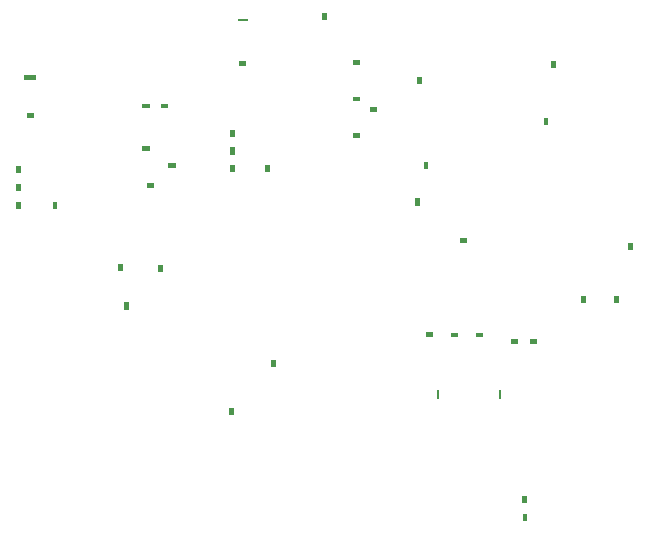
<source format=gbr>
%TF.GenerationSoftware,KiCad,Pcbnew,5.1.6-c6e7f7d~87~ubuntu20.04.1*%
%TF.CreationDate,2020-07-24T19:51:26+01:00*%
%TF.ProjectId,ETAG_GEN3,45544147-5f47-4454-9e33-2e6b69636164,rev?*%
%TF.SameCoordinates,Original*%
%TF.FileFunction,Glue,Top*%
%TF.FilePolarity,Positive*%
%FSLAX46Y46*%
G04 Gerber Fmt 4.6, Leading zero omitted, Abs format (unit mm)*
G04 Created by KiCad (PCBNEW 5.1.6-c6e7f7d~87~ubuntu20.04.1) date 2020-07-24 19:51:26*
%MOMM*%
%LPD*%
G01*
G04 APERTURE LIST*
%ADD10C,0.100000*%
G04 APERTURE END LIST*
D10*
%TO.C,C11*%
G36*
X161279700Y-112017300D02*
G01*
X161279700Y-112417100D01*
X161879700Y-112417100D01*
X161879700Y-112017300D01*
X161279700Y-112017300D01*
G37*
%TO.C,C5*%
G36*
X157579400Y-103822900D02*
G01*
X157579400Y-103423100D01*
X156979400Y-103423100D01*
X156979400Y-103822900D01*
X157579400Y-103822900D01*
G37*
%TO.C,C6*%
G36*
X171655200Y-103835800D02*
G01*
X171255400Y-103835800D01*
X171255400Y-104435800D01*
X171655200Y-104435800D01*
X171655200Y-103835800D01*
G37*
%TO.C,C9*%
G36*
X167672000Y-108314600D02*
G01*
X167272200Y-108314600D01*
X167272200Y-108914600D01*
X167672000Y-108914600D01*
X167672000Y-108314600D01*
G37*
%TO.C,C10*%
G36*
X170070200Y-108914600D02*
G01*
X170470000Y-108914600D01*
X170470000Y-108314600D01*
X170070200Y-108314600D01*
X170070200Y-108914600D01*
G37*
%TO.C,RP_SCL1*%
G36*
X154322000Y-97020600D02*
G01*
X153922200Y-97020600D01*
X153922200Y-97620600D01*
X154322000Y-97620600D01*
X154322000Y-97020600D01*
G37*
%TO.C,RP_SDA1*%
G36*
X153597000Y-100092600D02*
G01*
X153197200Y-100092600D01*
X153197200Y-100692600D01*
X153597000Y-100692600D01*
X153597000Y-100092600D01*
G37*
%TO.C,C7*%
G36*
X128076400Y-106262200D02*
G01*
X128476200Y-106262200D01*
X128476200Y-105662200D01*
X128076400Y-105662200D01*
X128076400Y-106262200D01*
G37*
%TO.C,C1*%
G36*
X162903500Y-111990900D02*
G01*
X162903500Y-112390700D01*
X163503500Y-112390700D01*
X163503500Y-111990900D01*
X162903500Y-111990900D01*
G37*
%TO.C,R4*%
G36*
X137823000Y-117864600D02*
G01*
X137423200Y-117864600D01*
X137423200Y-118464600D01*
X137823000Y-118464600D01*
X137823000Y-117864600D01*
G37*
%TO.C,C2*%
G36*
X164085200Y-93877600D02*
G01*
X164485000Y-93877600D01*
X164485000Y-93277600D01*
X164085200Y-93277600D01*
X164085200Y-93877600D01*
G37*
%TO.C,C3*%
G36*
X164692200Y-89018600D02*
G01*
X165092000Y-89018600D01*
X165092000Y-88418600D01*
X164692200Y-88418600D01*
X164692200Y-89018600D01*
G37*
%TO.C,R2*%
G36*
X156237100Y-111462700D02*
G01*
X156237100Y-111862500D01*
X156837100Y-111862500D01*
X156837100Y-111462700D01*
X156237100Y-111462700D01*
G37*
%TO.C,C8*%
G36*
X158361100Y-111462700D02*
G01*
X158361100Y-111862500D01*
X158961100Y-111862500D01*
X158961100Y-111462700D01*
X158361100Y-111462700D01*
G37*
%TO.C,R1*%
G36*
X140997200Y-114328600D02*
G01*
X141397000Y-114328600D01*
X141397000Y-113728600D01*
X140997200Y-113728600D01*
X140997200Y-114328600D01*
G37*
%TO.C,RP_INT1*%
G36*
X153799000Y-89811600D02*
G01*
X153399200Y-89811600D01*
X153399200Y-90411600D01*
X153799000Y-90411600D01*
X153799000Y-89811600D01*
G37*
%TO.C,VDIV2*%
G36*
X162658000Y-125280600D02*
G01*
X162258200Y-125280600D01*
X162258200Y-125880600D01*
X162658000Y-125880600D01*
X162658000Y-125280600D01*
G37*
%TO.C,VDIV1*%
G36*
X162291200Y-127371600D02*
G01*
X162691000Y-127371600D01*
X162691000Y-126771600D01*
X162291200Y-126771600D01*
X162291200Y-127371600D01*
G37*
%TO.C,C5V1*%
G36*
X155011000Y-117073700D02*
G01*
X155211200Y-117073700D01*
X155211200Y-116273500D01*
X155011000Y-116273500D01*
X155011000Y-117073700D01*
G37*
%TO.C,C3.3V1*%
G36*
X160511200Y-116273500D02*
G01*
X160311000Y-116273500D01*
X160311000Y-117073700D01*
X160511200Y-117073700D01*
X160511200Y-116273500D01*
G37*
%TO.C,CFCAPA1*%
G36*
X145311200Y-84973600D02*
G01*
X145711000Y-84973600D01*
X145711000Y-84373600D01*
X145311200Y-84373600D01*
X145311200Y-84973600D01*
G37*
%TO.C,CDC2*%
G36*
X147911100Y-88373700D02*
G01*
X147911100Y-88773500D01*
X148511100Y-88773500D01*
X148511100Y-88373700D01*
X147911100Y-88373700D01*
G37*
%TO.C,CDECA1*%
G36*
X147911100Y-94573700D02*
G01*
X147911100Y-94973500D01*
X148511100Y-94973500D01*
X148511100Y-94573700D01*
X147911100Y-94573700D01*
G37*
%TO.C,CAGNDA1*%
G36*
X148511100Y-91873500D02*
G01*
X148511100Y-91473700D01*
X147911100Y-91473700D01*
X147911100Y-91873500D01*
X148511100Y-91873500D01*
G37*
%TO.C,CRES1A1*%
G36*
X137911000Y-94273600D02*
G01*
X137511200Y-94273600D01*
X137511200Y-94873600D01*
X137911000Y-94873600D01*
X137911000Y-94273600D01*
G37*
%TO.C,CDIV1A1*%
G36*
X137511200Y-97873600D02*
G01*
X137911000Y-97873600D01*
X137911000Y-97273600D01*
X137511200Y-97273600D01*
X137511200Y-97873600D01*
G37*
%TO.C,CDIV2A1*%
G36*
X140511200Y-97873600D02*
G01*
X140911000Y-97873600D01*
X140911000Y-97273600D01*
X140511200Y-97273600D01*
X140511200Y-97873600D01*
G37*
%TO.C,RAA1*%
G36*
X138211000Y-84873500D02*
G01*
X138211000Y-85073700D01*
X139011200Y-85073700D01*
X139011200Y-84873500D01*
X138211000Y-84873500D01*
G37*
%TO.C,CBLKA1*%
G36*
X150011100Y-92773500D02*
G01*
X150011100Y-92373700D01*
X149411100Y-92373700D01*
X149411100Y-92773500D01*
X150011100Y-92773500D01*
G37*
%TO.C,CFCAPB1*%
G36*
X130111100Y-92073700D02*
G01*
X130111100Y-92473500D01*
X130711100Y-92473500D01*
X130711100Y-92073700D01*
X130111100Y-92073700D01*
G37*
%TO.C,CDCB1*%
G36*
X131711100Y-92073700D02*
G01*
X131711100Y-92473500D01*
X132311100Y-92473500D01*
X132311100Y-92073700D01*
X131711100Y-92073700D01*
G37*
%TO.C,CDECB1*%
G36*
X130511100Y-98773700D02*
G01*
X130511100Y-99173500D01*
X131111100Y-99173500D01*
X131111100Y-98773700D01*
X130511100Y-98773700D01*
G37*
%TO.C,CAGNDB1*%
G36*
X130711100Y-96073500D02*
G01*
X130711100Y-95673700D01*
X130111100Y-95673700D01*
X130111100Y-96073500D01*
X130711100Y-96073500D01*
G37*
%TO.C,CRES1B1*%
G36*
X119811000Y-97373600D02*
G01*
X119411200Y-97373600D01*
X119411200Y-97973600D01*
X119811000Y-97973600D01*
X119811000Y-97373600D01*
G37*
%TO.C,CDIV1B1*%
G36*
X119411200Y-100973600D02*
G01*
X119811000Y-100973600D01*
X119811000Y-100373600D01*
X119411200Y-100373600D01*
X119411200Y-100973600D01*
G37*
%TO.C,CDIV2B1*%
G36*
X122511200Y-100973600D02*
G01*
X122911000Y-100973600D01*
X122911000Y-100373600D01*
X122511200Y-100373600D01*
X122511200Y-100973600D01*
G37*
%TO.C,RAB1*%
G36*
X120111000Y-89673700D02*
G01*
X120111000Y-90073500D01*
X121111200Y-90073500D01*
X121111200Y-89673700D01*
X120111000Y-89673700D01*
G37*
%TO.C,CBLKB1*%
G36*
X132911100Y-97473500D02*
G01*
X132911100Y-97073700D01*
X132311100Y-97073700D01*
X132311100Y-97473500D01*
X132911100Y-97473500D01*
G37*
%TO.C,CXB1*%
G36*
X120311100Y-92873700D02*
G01*
X120311100Y-93273500D01*
X120911100Y-93273500D01*
X120911100Y-92873700D01*
X120311100Y-92873700D01*
G37*
%TO.C,CRES2B1*%
G36*
X119811000Y-98873600D02*
G01*
X119411200Y-98873600D01*
X119411200Y-99473600D01*
X119811000Y-99473600D01*
X119811000Y-98873600D01*
G37*
%TO.C,CRES2A1*%
G36*
X137911000Y-95773600D02*
G01*
X137511200Y-95773600D01*
X137511200Y-96373600D01*
X137911000Y-96373600D01*
X137911000Y-95773600D01*
G37*
%TO.C,Z5*%
G36*
X128576200Y-109492100D02*
G01*
X128976000Y-109492100D01*
X128976000Y-108892100D01*
X128576200Y-108892100D01*
X128576200Y-109492100D01*
G37*
%TO.C,Z6*%
G36*
X131456200Y-106291600D02*
G01*
X131856000Y-106291600D01*
X131856000Y-105691600D01*
X131456200Y-105691600D01*
X131456200Y-106291600D01*
G37*
%TO.C,CXA1*%
G36*
X138311100Y-88473700D02*
G01*
X138311100Y-88873500D01*
X138911100Y-88873500D01*
X138911100Y-88473700D01*
X138311100Y-88473700D01*
G37*
%TO.C,R3*%
G36*
X154104100Y-111411700D02*
G01*
X154104100Y-111811500D01*
X154704100Y-111811500D01*
X154704100Y-111411700D01*
X154104100Y-111411700D01*
G37*
%TD*%
M02*

</source>
